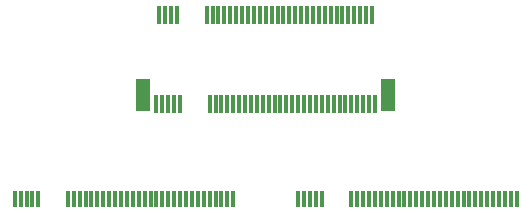
<source format=gtp>
G04*
G04 #@! TF.GenerationSoftware,Altium Limited,Altium Designer,24.5.2 (23)*
G04*
G04 Layer_Color=8421504*
%FSLAX44Y44*%
%MOMM*%
G71*
G04*
G04 #@! TF.SameCoordinates,91BA8B22-162D-4FD0-A550-99D68B665C59*
G04*
G04*
G04 #@! TF.FilePolarity,Positive*
G04*
G01*
G75*
%ADD12R,1.2000X2.7500*%
%ADD13R,0.3000X1.5500*%
%ADD14R,0.3500X1.4500*%
D12*
X126500Y101501D02*
D03*
X333500D02*
D03*
D13*
X235000Y169250D02*
D03*
X240000D02*
D03*
X245000D02*
D03*
X237500Y93751D02*
D03*
X242500D02*
D03*
X322500D02*
D03*
X320000Y169250D02*
D03*
X317500Y93751D02*
D03*
X315000Y169250D02*
D03*
X312500Y93751D02*
D03*
X310000Y169250D02*
D03*
X307500Y93751D02*
D03*
X305000Y169250D02*
D03*
X302500Y93751D02*
D03*
X300000Y169250D02*
D03*
X297500Y93751D02*
D03*
X295000Y169250D02*
D03*
X292500Y93751D02*
D03*
X290000Y169250D02*
D03*
X287500Y93751D02*
D03*
X285000Y169250D02*
D03*
X282500Y93751D02*
D03*
X280000Y169250D02*
D03*
X277500Y93751D02*
D03*
X275000Y169250D02*
D03*
X272500Y93751D02*
D03*
X270000Y169250D02*
D03*
X267500Y93751D02*
D03*
X232500D02*
D03*
X230000Y169250D02*
D03*
X227500Y93751D02*
D03*
X225000Y169250D02*
D03*
X222500Y93751D02*
D03*
X220000Y169250D02*
D03*
X217500Y93751D02*
D03*
X215000Y169250D02*
D03*
X212500Y93751D02*
D03*
X210000Y169250D02*
D03*
X207500Y93751D02*
D03*
X205000Y169250D02*
D03*
X202500Y93751D02*
D03*
X200000Y169250D02*
D03*
X197500Y93751D02*
D03*
X195000Y169250D02*
D03*
X192500Y93751D02*
D03*
X190000Y169250D02*
D03*
X187500Y93751D02*
D03*
X185000Y169250D02*
D03*
X182500Y93751D02*
D03*
X180000Y169250D02*
D03*
X262499Y93750D02*
D03*
X265001Y169250D02*
D03*
X257499Y93750D02*
D03*
X260001Y169250D02*
D03*
X252499Y93750D02*
D03*
X255001Y169250D02*
D03*
X247499Y93750D02*
D03*
X250001Y169250D02*
D03*
X157500Y93751D02*
D03*
X155000Y169250D02*
D03*
X152500Y93751D02*
D03*
X150000Y169250D02*
D03*
X147500Y93751D02*
D03*
X145000Y169250D02*
D03*
X142500Y93751D02*
D03*
X140000Y169250D02*
D03*
X137500Y93751D02*
D03*
D14*
X442499Y12750D02*
D03*
X437500D02*
D03*
X432499D02*
D03*
X427500D02*
D03*
X422499D02*
D03*
X417500D02*
D03*
X412499D02*
D03*
X407500D02*
D03*
X402499D02*
D03*
X397501D02*
D03*
X392499D02*
D03*
X387501D02*
D03*
X382499D02*
D03*
X377501D02*
D03*
X372499D02*
D03*
X367501D02*
D03*
X362499D02*
D03*
X357501D02*
D03*
X352499D02*
D03*
X347501D02*
D03*
X342499D02*
D03*
X337501D02*
D03*
X332499D02*
D03*
X327501D02*
D03*
X322499D02*
D03*
X317501D02*
D03*
X312500D02*
D03*
X307501D02*
D03*
X302500D02*
D03*
X277501D02*
D03*
X272500D02*
D03*
X267501D02*
D03*
X262500D02*
D03*
X257501D02*
D03*
X202499D02*
D03*
X197500D02*
D03*
X192499D02*
D03*
X187500D02*
D03*
X182499D02*
D03*
X177500D02*
D03*
X172499D02*
D03*
X167500D02*
D03*
X162499D02*
D03*
X157500D02*
D03*
X152499D02*
D03*
X147501D02*
D03*
X142499D02*
D03*
X137501D02*
D03*
X132499D02*
D03*
X127501D02*
D03*
X122499D02*
D03*
X117501D02*
D03*
X112499D02*
D03*
X107501D02*
D03*
X102499D02*
D03*
X97501D02*
D03*
X92499D02*
D03*
X87501D02*
D03*
X82499D02*
D03*
X77501D02*
D03*
X72499D02*
D03*
X67501D02*
D03*
X62499D02*
D03*
X37501D02*
D03*
X32499D02*
D03*
X27501D02*
D03*
X22499D02*
D03*
X17501D02*
D03*
M02*

</source>
